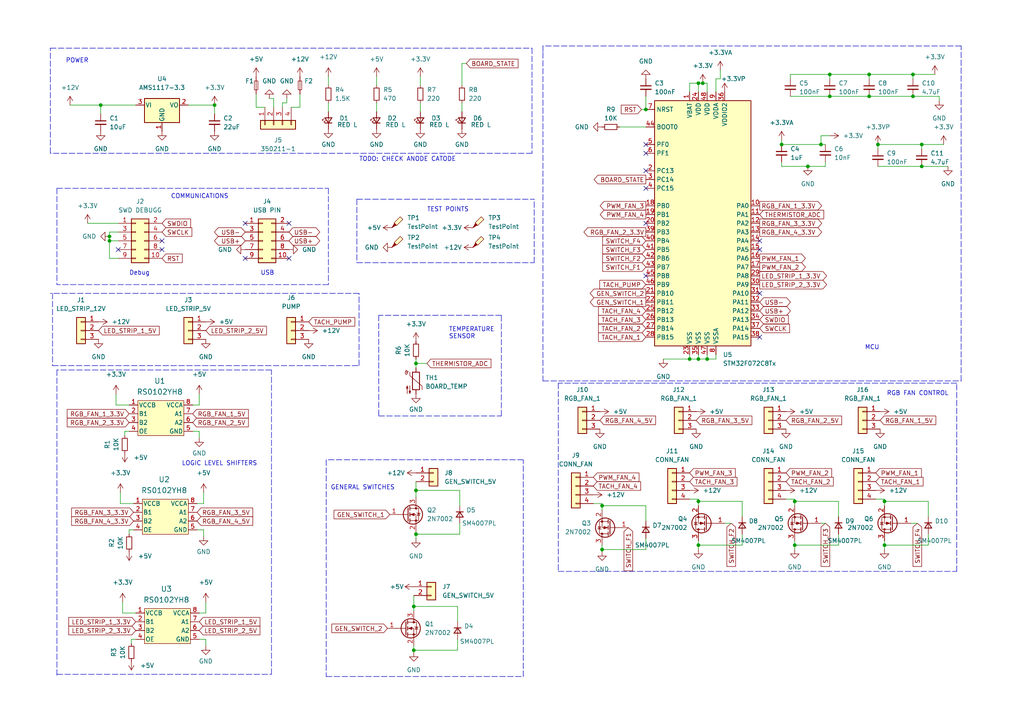
<source format=kicad_sch>
(kicad_sch (version 20211123) (generator eeschema)
  (paper "A4")
  (title_block (title "TORNADO") (date "2023-01-12") (rev "v1") (company "Stanimir Hristov"))
  (junction (at 256.54 158.115))
  (junction (at 267.335 41.91))
  (junction (at 120.65 142.24))
  (junction (at 200.025 104.14))
  (junction (at 120.015 188.595))
  (junction (at 238.125 41.91))
  (junction (at 240.665 21.59))
  (junction (at 264.795 27.94))
  (junction (at 264.795 21.59))
  (junction (at 267.335 48.26))
  (junction (at 31.75 68.58))
  (junction (at 252.095 27.94))
  (junction (at 256.54 145.415))
  (junction (at 187.325 31.75))
  (junction (at 226.695 41.91))
  (junction (at 205.105 104.14))
  (junction (at 29.21 30.48))
  (junction (at 240.665 27.94))
  (junction (at 254.635 41.91))
  (junction (at 234.315 48.26))
  (junction (at 202.565 158.115))
  (junction (at 174.625 159.385))
  (junction (at 31.75 69.85))
  (junction (at 202.565 145.415))
  (junction (at 230.505 145.415))
  (junction (at 120.015 175.895))
  (junction (at 174.625 146.685))
  (junction (at 252.095 21.59))
  (junction (at 120.65 105.41))
  (junction (at 203.835 24.13))
  (junction (at 120.65 154.94))
  (junction (at 202.565 104.14))
  (junction (at 62.23 30.48))
  (junction (at 202.565 24.13))
  (junction (at 230.505 158.115))
  (no_connect (at 187.325 54.61))
  (no_connect (at 83.82 74.93))
  (no_connect (at 220.345 97.79))
  (no_connect (at 187.325 49.53))
  (no_connect (at 71.12 64.77))
  (no_connect (at 46.99 69.85))
  (no_connect (at 187.325 41.91))
  (no_connect (at 220.345 72.39))
  (no_connect (at 46.99 72.39))
  (no_connect (at 187.325 44.45))
  (no_connect (at 83.82 64.77))
  (no_connect (at 187.325 80.01))
  (no_connect (at 220.345 69.85))
  (no_connect (at 220.345 85.09))
  (no_connect (at 71.12 74.93))
  (no_connect (at 187.325 64.77))
  (no_connect (at 34.29 72.39))
  (wire (pts (xy 120.65 142.24) (xy 133.35 142.24)))
  (wire (pts (xy 254.635 41.91) (xy 254.635 43.18)))
  (wire (pts (xy 240.665 27.94) (xy 252.095 27.94)))
  (wire (pts (xy 230.505 156.845) (xy 230.505 158.115)))
  (wire (pts (xy 84.455 31.115) (xy 86.995 31.115)))
  (wire (pts (xy 226.695 48.26) (xy 226.695 46.99)))
  (wire (pts (xy 59.69 185.42) (xy 59.69 187.325)))
  (wire (pts (xy 254.635 48.26) (xy 267.335 48.26)))
  (wire (pts (xy 120.015 188.595) (xy 120.015 189.23)))
  (wire (pts (xy 120.65 139.7) (xy 120.65 142.24)))
  (wire (pts (xy 120.65 142.24) (xy 120.65 144.145)))
  (wire (pts (xy 226.695 41.91) (xy 238.125 41.91)))
  (wire (pts (xy 273.685 41.91) (xy 267.335 41.91)))
  (polyline (pts (xy 103.505 76.2) (xy 154.94 76.2)))
  (wire (pts (xy 254.635 41.91) (xy 267.335 41.91)))
  (polyline (pts (xy 78.74 195.58) (xy 78.74 107.315)))
  (wire (pts (xy 31.75 67.31) (xy 31.75 68.58)))
  (polyline (pts (xy 94.615 133.35) (xy 94.615 196.215)))
  (wire (pts (xy 256.54 158.115) (xy 269.24 158.115)))
  (wire (pts (xy 272.415 27.94) (xy 272.415 29.21)))
  (wire (pts (xy 208.915 20.32) (xy 208.915 22.86)))
  (wire (pts (xy 59.055 153.67) (xy 59.055 155.575)))
  (wire (pts (xy 256.54 145.415) (xy 269.24 145.415)))
  (wire (pts (xy 120.015 172.72) (xy 120.015 175.895)))
  (wire (pts (xy 230.505 145.415) (xy 230.505 146.685)))
  (wire (pts (xy 200.025 144.78) (xy 202.565 144.78)))
  (wire (pts (xy 57.15 153.67) (xy 59.055 153.67)))
  (wire (pts (xy 174.625 158.115) (xy 174.625 159.385)))
  (wire (pts (xy 229.235 27.94) (xy 240.665 27.94)))
  (wire (pts (xy 86.995 27.305) (xy 86.995 31.115)))
  (polyline (pts (xy 103.505 57.785) (xy 103.505 76.2)))
  (polyline (pts (xy 15.24 106.045) (xy 104.14 106.045)))
  (wire (pts (xy 109.22 29.845) (xy 109.22 32.385)))
  (wire (pts (xy 57.785 185.42) (xy 59.69 185.42)))
  (wire (pts (xy 37.465 153.67) (xy 38.735 153.67)))
  (wire (pts (xy 238.125 41.91) (xy 239.395 41.91)))
  (wire (pts (xy 205.105 102.87) (xy 205.105 104.14)))
  (wire (pts (xy 34.29 74.93) (xy 31.75 74.93)))
  (wire (pts (xy 230.505 158.115) (xy 230.505 159.385)))
  (polyline (pts (xy 278.765 13.335) (xy 157.48 13.335)))
  (polyline (pts (xy 103.505 57.785) (xy 154.94 57.785)))
  (wire (pts (xy 215.265 154.94) (xy 215.265 158.115)))
  (wire (pts (xy 210.185 151.765) (xy 212.09 151.765)))
  (wire (pts (xy 230.505 158.115) (xy 243.205 158.115)))
  (polyline (pts (xy 151.765 196.215) (xy 151.765 133.35)))
  (wire (pts (xy 203.835 24.13) (xy 202.565 24.13)))
  (wire (pts (xy 264.16 151.765) (xy 266.065 151.765)))
  (polyline (pts (xy 104.14 106.045) (xy 104.14 85.09)))
  (wire (pts (xy 29.21 30.48) (xy 29.21 33.02)))
  (polyline (pts (xy 109.855 91.44) (xy 109.855 120.65)))
  (wire (pts (xy 62.23 30.48) (xy 62.23 33.02)))
  (polyline (pts (xy 161.925 111.125) (xy 161.925 165.735)))
  (wire (pts (xy 256.54 145.415) (xy 256.54 146.685)))
  (wire (pts (xy 109.22 22.225) (xy 109.22 24.765)))
  (polyline (pts (xy 109.855 120.65) (xy 145.415 120.65)))
  (wire (pts (xy 38.1 185.42) (xy 39.37 185.42)))
  (polyline (pts (xy 104.14 85.09) (xy 14.605 85.09)))
  (wire (pts (xy 33.655 117.475) (xy 37.465 117.475)))
  (wire (pts (xy 202.565 24.13) (xy 202.565 26.67)))
  (polyline (pts (xy 16.51 54.61) (xy 95.25 54.61)))
  (wire (pts (xy 78.105 28.575) (xy 79.375 28.575)))
  (wire (pts (xy 133.985 18.415) (xy 135.255 18.415)))
  (wire (pts (xy 271.145 21.59) (xy 264.795 21.59)))
  (wire (pts (xy 35.56 174.625) (xy 35.56 177.8)))
  (polyline (pts (xy 14.605 44.45) (xy 14.605 13.97)))
  (wire (pts (xy 133.985 18.415) (xy 133.985 24.765)))
  (wire (pts (xy 120.65 104.14) (xy 120.65 105.41)))
  (wire (pts (xy 174.625 146.05) (xy 174.625 146.685)))
  (wire (pts (xy 120.65 154.305) (xy 120.65 154.94)))
  (wire (pts (xy 256.54 144.78) (xy 256.54 145.415)))
  (wire (pts (xy 202.565 156.845) (xy 202.565 158.115)))
  (wire (pts (xy 240.665 21.59) (xy 229.235 21.59)))
  (wire (pts (xy 234.315 48.26) (xy 239.395 48.26)))
  (wire (pts (xy 200.025 104.14) (xy 202.565 104.14)))
  (wire (pts (xy 33.655 114.3) (xy 33.655 117.475)))
  (polyline (pts (xy 277.495 165.735) (xy 277.495 111.125)))
  (wire (pts (xy 120.65 105.41) (xy 123.825 105.41)))
  (wire (pts (xy 57.785 125.095) (xy 57.785 127)))
  (wire (pts (xy 229.235 21.59) (xy 229.235 22.86)))
  (wire (pts (xy 202.565 145.415) (xy 215.265 145.415)))
  (wire (pts (xy 31.75 74.93) (xy 31.75 69.85)))
  (wire (pts (xy 200.025 102.87) (xy 200.025 104.14)))
  (polyline (pts (xy 16.51 54.61) (xy 16.51 82.55)))
  (polyline (pts (xy 278.765 110.49) (xy 278.765 13.335)))
  (wire (pts (xy 120.015 175.895) (xy 120.015 177.165)))
  (polyline (pts (xy 14.605 13.97) (xy 154.305 13.97)))
  (wire (pts (xy 226.695 40.64) (xy 226.695 41.91)))
  (wire (pts (xy 59.69 177.8) (xy 57.785 177.8)))
  (polyline (pts (xy 15.24 85.09) (xy 15.24 106.045)))
  (wire (pts (xy 200.025 24.13) (xy 202.565 24.13)))
  (wire (pts (xy 54.61 30.48) (xy 62.23 30.48)))
  (wire (pts (xy 121.92 22.225) (xy 121.92 24.765)))
  (wire (pts (xy 256.54 158.115) (xy 256.54 159.385)))
  (polyline (pts (xy 78.74 107.315) (xy 16.51 107.315)))
  (polyline (pts (xy 16.51 195.58) (xy 78.74 195.58)))
  (wire (pts (xy 34.925 142.875) (xy 34.925 146.05)))
  (wire (pts (xy 234.315 48.26) (xy 226.695 48.26)))
  (wire (pts (xy 133.985 29.845) (xy 133.985 32.385)))
  (wire (pts (xy 254 144.78) (xy 256.54 144.78)))
  (polyline (pts (xy 157.48 13.335) (xy 157.48 15.24)))
  (wire (pts (xy 59.69 174.625) (xy 59.69 177.8)))
  (wire (pts (xy 81.915 29.845) (xy 81.915 31.115)))
  (wire (pts (xy 187.325 156.21) (xy 187.325 159.385)))
  (polyline (pts (xy 94.615 196.215) (xy 151.765 196.215)))
  (wire (pts (xy 186.055 31.75) (xy 187.325 31.75)))
  (wire (pts (xy 264.795 21.59) (xy 264.795 22.86)))
  (wire (pts (xy 240.665 39.37) (xy 238.125 39.37)))
  (wire (pts (xy 55.88 125.095) (xy 57.785 125.095)))
  (wire (pts (xy 59.055 146.05) (xy 57.15 146.05)))
  (wire (pts (xy 57.785 117.475) (xy 55.88 117.475)))
  (wire (pts (xy 230.505 144.78) (xy 230.505 145.415)))
  (wire (pts (xy 36.195 126.365) (xy 36.195 125.095)))
  (wire (pts (xy 256.54 156.845) (xy 256.54 158.115)))
  (wire (pts (xy 238.125 151.765) (xy 239.395 151.765)))
  (wire (pts (xy 120.015 175.895) (xy 132.715 175.895)))
  (wire (pts (xy 74.295 27.305) (xy 74.295 31.115)))
  (wire (pts (xy 120.015 188.595) (xy 132.715 188.595)))
  (wire (pts (xy 200.025 26.67) (xy 200.025 24.13)))
  (wire (pts (xy 205.105 104.14) (xy 207.645 104.14)))
  (wire (pts (xy 252.095 27.94) (xy 264.795 27.94)))
  (wire (pts (xy 38.1 186.69) (xy 38.1 185.42)))
  (wire (pts (xy 79.375 31.115) (xy 79.375 28.575)))
  (wire (pts (xy 239.395 48.26) (xy 239.395 46.99)))
  (wire (pts (xy 95.25 22.225) (xy 95.25 24.765)))
  (wire (pts (xy 120.65 154.94) (xy 133.35 154.94)))
  (wire (pts (xy 192.405 104.14) (xy 200.025 104.14)))
  (wire (pts (xy 59.055 142.875) (xy 59.055 146.05)))
  (wire (pts (xy 57.785 114.3) (xy 57.785 117.475)))
  (wire (pts (xy 133.35 142.24) (xy 133.35 146.685)))
  (wire (pts (xy 36.195 125.095) (xy 37.465 125.095)))
  (wire (pts (xy 174.625 159.385) (xy 174.625 160.02)))
  (polyline (pts (xy 157.48 15.24) (xy 157.48 110.49)))
  (polyline (pts (xy 277.495 111.125) (xy 161.925 111.125)))
  (wire (pts (xy 243.205 145.415) (xy 243.205 149.86)))
  (polyline (pts (xy 154.305 44.45) (xy 14.605 44.45)))
  (wire (pts (xy 202.565 158.115) (xy 215.265 158.115)))
  (wire (pts (xy 34.925 146.05) (xy 38.735 146.05)))
  (polyline (pts (xy 95.25 54.61) (xy 95.25 82.55)))
  (wire (pts (xy 120.65 154.94) (xy 120.65 156.21)))
  (polyline (pts (xy 151.765 133.35) (xy 94.615 133.35)))
  (wire (pts (xy 120.65 105.41) (xy 120.65 106.68)))
  (wire (pts (xy 179.705 36.83) (xy 187.325 36.83)))
  (polyline (pts (xy 161.925 165.735) (xy 277.495 165.735)))
  (wire (pts (xy 252.095 21.59) (xy 252.095 22.86)))
  (wire (pts (xy 31.75 69.85) (xy 31.75 68.58)))
  (wire (pts (xy 20.32 30.48) (xy 29.21 30.48)))
  (wire (pts (xy 172.085 146.05) (xy 174.625 146.05)))
  (polyline (pts (xy 154.305 13.97) (xy 154.305 44.45)))
  (wire (pts (xy 252.095 21.59) (xy 264.795 21.59)))
  (wire (pts (xy 227.965 144.78) (xy 230.505 144.78)))
  (wire (pts (xy 35.56 177.8) (xy 39.37 177.8)))
  (wire (pts (xy 238.125 39.37) (xy 238.125 41.91)))
  (wire (pts (xy 83.185 29.845) (xy 81.915 29.845)))
  (wire (pts (xy 132.715 185.42) (xy 132.715 188.595)))
  (wire (pts (xy 74.295 31.115) (xy 76.835 31.115)))
  (wire (pts (xy 243.205 154.94) (xy 243.205 158.115)))
  (polyline (pts (xy 145.415 120.65) (xy 145.415 91.44)))
  (wire (pts (xy 208.915 22.86) (xy 207.645 22.86)))
  (wire (pts (xy 205.105 24.13) (xy 205.105 26.67)))
  (wire (pts (xy 269.24 145.415) (xy 269.24 149.86)))
  (wire (pts (xy 207.645 22.86) (xy 207.645 26.67)))
  (wire (pts (xy 174.625 146.685) (xy 187.325 146.685)))
  (wire (pts (xy 132.715 175.895) (xy 132.715 180.34)))
  (wire (pts (xy 187.325 27.94) (xy 187.325 31.75)))
  (wire (pts (xy 202.565 104.14) (xy 205.105 104.14)))
  (polyline (pts (xy 95.25 82.55) (xy 16.51 82.55)))
  (wire (pts (xy 215.265 145.415) (xy 215.265 149.86)))
  (wire (pts (xy 203.835 24.13) (xy 205.105 24.13)))
  (wire (pts (xy 120.015 187.325) (xy 120.015 188.595)))
  (polyline (pts (xy 154.94 76.2) (xy 154.94 57.785)))
  (wire (pts (xy 121.92 29.845) (xy 121.92 32.385)))
  (wire (pts (xy 29.21 30.48) (xy 39.37 30.48)))
  (wire (pts (xy 267.335 41.91) (xy 267.335 43.18)))
  (wire (pts (xy 269.24 154.94) (xy 269.24 158.115)))
  (wire (pts (xy 202.565 158.115) (xy 202.565 159.385)))
  (wire (pts (xy 25.4 64.77) (xy 34.29 64.77)))
  (wire (pts (xy 83.185 28.575) (xy 83.185 29.845)))
  (wire (pts (xy 240.665 21.59) (xy 252.095 21.59)))
  (wire (pts (xy 202.565 102.87) (xy 202.565 104.14)))
  (wire (pts (xy 34.29 69.85) (xy 31.75 69.85)))
  (polyline (pts (xy 16.51 107.315) (xy 16.51 196.215)))
  (wire (pts (xy 34.29 67.31) (xy 31.75 67.31)))
  (wire (pts (xy 230.505 145.415) (xy 243.205 145.415)))
  (wire (pts (xy 133.35 151.765) (xy 133.35 154.94)))
  (wire (pts (xy 240.665 21.59) (xy 240.665 22.86)))
  (polyline (pts (xy 145.415 91.44) (xy 109.855 91.44)))
  (wire (pts (xy 202.565 145.415) (xy 202.565 146.685)))
  (wire (pts (xy 207.645 104.14) (xy 207.645 102.87)))
  (wire (pts (xy 174.625 159.385) (xy 187.325 159.385)))
  (wire (pts (xy 95.25 29.845) (xy 95.25 32.385)))
  (wire (pts (xy 264.795 27.94) (xy 272.415 27.94)))
  (wire (pts (xy 202.565 144.78) (xy 202.565 145.415)))
  (wire (pts (xy 267.335 48.26) (xy 274.955 48.26)))
  (wire (pts (xy 37.465 154.94) (xy 37.465 153.67)))
  (wire (pts (xy 187.325 146.685) (xy 187.325 151.13)))
  (polyline (pts (xy 157.48 110.49) (xy 278.765 110.49)))
  (wire (pts (xy 174.625 146.685) (xy 174.625 147.955)))
  (text "TEMPERATURE\nSENSOR" (at 130.175 98.425 0) (effects (font (size 1.27 1.27)) (justify left bottom)))
  (text "LOGIC LEVEL SHIFTERS" (at 52.705 135.255 0) (effects (font (size 1.27 1.27)) (justify left bottom)))
  (text "RGB FAN CONTROL" (at 257.175 114.935 0) (effects (font (size 1.27 1.27)) (justify left bottom)))
  (text "GENERAL SWITCHES" (at 95.885 142.24 0) (effects (font (size 1.27 1.27)) (justify left bottom)))
  (text "TEST POINTS" (at 123.825 61.595 0) (effects (font (size 1.27 1.27)) (justify left bottom)))
  (text "Debug" (at 37.465 80.01 0) (effects (font (size 1.27 1.27)) (justify left bottom)))
  (text "TODO: CHECK ANODE CATODE\n" (at 104.14 46.99 0) (effects (font (size 1.27 1.27)) (justify left bottom)))
  (text "COMMUNICATIONS" (at 49.53 57.785 0) (effects (font (size 1.27 1.27)) (justify left bottom)))
  (text "POWER" (at 19.05 18.415 0) (effects (font (size 1.27 1.27)) (justify left bottom)))
  (text "MCU\n" (at 250.825 101.6 0) (effects (font (size 1.27 1.27)) (justify left bottom)))
  (text "USB" (at 75.565 80.01 0) (effects (font (size 1.27 1.27)) (justify left bottom)))
  (global_label "USB-" (shape bidirectional) (at 83.82 67.31 0) (property "Intersheet References" "${INTERSHEET_REFS}" (effects hide)))
  (global_label "LED_STRIP_2_5V" (shape input) (at 57.785 182.88 0) (property "Intersheet References" "${INTERSHEET_REFS}" (effects hide)))
  (global_label "THERMISTOR_ADC" (shape input) (at 123.825 105.41 0) (property "Intersheet References" "${INTERSHEET_REFS}" (effects hide)))
  (global_label "RST" (shape input) (at 46.99 74.93 0) (property "Intersheet References" "${INTERSHEET_REFS}" (effects hide)))
  (global_label "RGB_FAN_2_5V" (shape input) (at 227.965 121.92 0) (property "Intersheet References" "${INTERSHEET_REFS}" (effects hide)))
  (global_label "SWDIO" (shape input) (at 46.99 64.77 0) (property "Intersheet References" "${INTERSHEET_REFS}" (effects hide)))
  (global_label "RGB_FAN_3_3.3V" (shape output) (at 220.345 64.77 0) (property "Intersheet References" "${INTERSHEET_REFS}" (effects hide)))
  (global_label "PWM_FAN_2" (shape input) (at 227.965 137.16 0) (property "Intersheet References" "${INTERSHEET_REFS}" (effects hide)))
  (global_label "TACH_FAN_4" (shape input) (at 172.085 140.97 0) (property "Intersheet References" "${INTERSHEET_REFS}" (effects hide)))
  (global_label "GEN_SWITCH_2" (shape input) (at 112.395 182.245 180) (property "Intersheet References" "${INTERSHEET_REFS}" (effects hide)))
  (global_label "SWITCH_F4" (shape input) (at 187.325 69.85 180) (property "Intersheet References" "${INTERSHEET_REFS}" (effects hide)))
  (global_label "RGB_FAN_1_3.3V" (shape output) (at 220.345 59.69 0) (property "Intersheet References" "${INTERSHEET_REFS}" (effects hide)))
  (global_label "PWM_FAN_3" (shape input) (at 200.025 137.16 0) (property "Intersheet References" "${INTERSHEET_REFS}" (effects hide)))
  (global_label "RGB_FAN_2_5V" (shape input) (at 55.88 122.555 0) (property "Intersheet References" "${INTERSHEET_REFS}" (effects hide)))
  (global_label "PWM_FAN_4" (shape output) (at 187.325 62.23 180) (property "Intersheet References" "${INTERSHEET_REFS}" (effects hide)))
  (global_label "SWITCH_F1" (shape input) (at 187.325 77.47 180) (property "Intersheet References" "${INTERSHEET_REFS}" (effects hide)))
  (global_label "TACH_FAN_1" (shape input) (at 187.325 97.79 180) (property "Intersheet References" "${INTERSHEET_REFS}" (effects hide)))
  (global_label "SWCLK" (shape input) (at 46.99 67.31 0) (property "Intersheet References" "${INTERSHEET_REFS}" (effects hide)))
  (global_label "TACH_PUMP" (shape input) (at 187.325 82.55 180) (property "Intersheet References" "${INTERSHEET_REFS}" (effects hide)))
  (global_label "SWITCH_F1" (shape input) (at 182.245 153.035 270) (property "Intersheet References" "${INTERSHEET_REFS}" (effects hide)))
  (global_label "USB+" (shape bidirectional) (at 83.82 69.85 0) (property "Intersheet References" "${INTERSHEET_REFS}" (effects hide)))
  (global_label "GEN_SWITCH_1" (shape output) (at 187.325 87.63 180) (property "Intersheet References" "${INTERSHEET_REFS}" (effects hide)))
  (global_label "PWM_FAN_4" (shape input) (at 172.085 138.43 0) (property "Intersheet References" "${INTERSHEET_REFS}" (effects hide)))
  (global_label "TACH_FAN_2" (shape input) (at 227.965 139.7 0) (property "Intersheet References" "${INTERSHEET_REFS}" (effects hide)))
  (global_label "LED_STRIP_2_3.3V" (shape input) (at 39.37 182.88 180) (property "Intersheet References" "${INTERSHEET_REFS}" (effects hide)))
  (global_label "BOARD_STATE" (shape input) (at 135.255 18.415 0) (property "Intersheet References" "${INTERSHEET_REFS}" (effects hide)))
  (global_label "USB+" (shape bidirectional) (at 71.12 69.85 180) (property "Intersheet References" "${INTERSHEET_REFS}" (effects hide)))
  (global_label "PWM_FAN_3" (shape output) (at 187.325 59.69 180) (property "Intersheet References" "${INTERSHEET_REFS}" (effects hide)))
  (global_label "LED_STRIP_1_3.3V" (shape output) (at 220.345 80.01 0) (property "Intersheet References" "${INTERSHEET_REFS}" (effects hide)))
  (global_label "RGB_FAN_3_5V" (shape input) (at 201.93 121.92 0) (property "Intersheet References" "${INTERSHEET_REFS}" (effects hide)))
  (global_label "PWM_FAN_1" (shape input) (at 254 137.16 0) (property "Intersheet References" "${INTERSHEET_REFS}" (effects hide)))
  (global_label "TACH_FAN_3" (shape input) (at 200.025 139.7 0) (property "Intersheet References" "${INTERSHEET_REFS}" (effects hide)))
  (global_label "GEN_SWITCH_1" (shape input) (at 113.03 149.225 180) (property "Intersheet References" "${INTERSHEET_REFS}" (effects hide)))
  (global_label "LED_STRIP_1_3.3V" (shape input) (at 39.37 180.34 180) (property "Intersheet References" "${INTERSHEET_REFS}" (effects hide)))
  (global_label "USB+" (shape bidirectional) (at 220.345 90.17 0) (property "Intersheet References" "${INTERSHEET_REFS}" (effects hide)))
  (global_label "TACH_FAN_3" (shape input) (at 187.325 92.71 180) (property "Intersheet References" "${INTERSHEET_REFS}" (effects hide)))
  (global_label "TACH_FAN_2" (shape input) (at 187.325 95.25 180) (property "Intersheet References" "${INTERSHEET_REFS}" (effects hide)))
  (global_label "SWITCH_F4" (shape input) (at 266.065 151.765 270) (property "Intersheet References" "${INTERSHEET_REFS}" (effects hide)))
  (global_label "THERMISTOR_ADC" (shape input) (at 220.345 62.23 0) (property "Intersheet References" "${INTERSHEET_REFS}" (effects hide)))
  (global_label "RST" (shape input) (at 186.055 31.75 180) (property "Intersheet References" "${INTERSHEET_REFS}" (effects hide)))
  (global_label "LED_STRIP_1_5V" (shape input) (at 28.575 95.885 0) (property "Intersheet References" "${INTERSHEET_REFS}" (effects hide)))
  (global_label "RGB_FAN_4_3.3V" (shape output) (at 220.345 67.31 0) (property "Intersheet References" "${INTERSHEET_REFS}" (effects hide)))
  (global_label "GEN_SWITCH_2" (shape output) (at 187.325 85.09 180) (property "Intersheet References" "${INTERSHEET_REFS}" (effects hide)))
  (global_label "RGB_FAN_2_3.3V" (shape output) (at 187.325 67.31 180) (property "Intersheet References" "${INTERSHEET_REFS}" (effects hide)))
  (global_label "RGB_FAN_4_3.3V" (shape input) (at 38.735 151.13 180) (property "Intersheet References" "${INTERSHEET_REFS}" (effects hide)))
  (global_label "USB-" (shape bidirectional) (at 220.345 87.63 0) (property "Intersheet References" "${INTERSHEET_REFS}" (effects hide)))
  (global_label "RGB_FAN_1_5V" (shape input) (at 55.88 120.015 0) (property "Intersheet References" "${INTERSHEET_REFS}" (effects hide)))
  (global_label "RGB_FAN_2_3.3V" (shape input) (at 37.465 122.555 180) (property "Intersheet References" "${INTERSHEET_REFS}" (effects hide)))
  (global_label "PWM_FAN_1" (shape output) (at 220.345 74.93 0) (property "Intersheet References" "${INTERSHEET_REFS}" (effects hide)))
  (global_label "TACH_FAN_4" (shape input) (at 187.325 90.17 180) (property "Intersheet References" "${INTERSHEET_REFS}" (effects hide)))
  (global_label "SWITCH_F3" (shape input) (at 187.325 72.39 180) (property "Intersheet References" "${INTERSHEET_REFS}" (effects hide)))
  (global_label "RGB_FAN_1_3.3V" (shape input) (at 37.465 120.015 180) (property "Intersheet References" "${INTERSHEET_REFS}" (effects hide)))
  (global_label "SWITCH_F2" (shape input) (at 212.09 151.765 270) (property "Intersheet References" "${INTERSHEET_REFS}" (effects hide)))
  (global_label "RGB_FAN_1_5V" (shape input) (at 255.27 121.92 0) (property "Intersheet References" "${INTERSHEET_REFS}" (effects hide)))
  (global_label "BOARD_STATE" (shape output) (at 187.325 52.07 180) (property "Intersheet References" "${INTERSHEET_REFS}" (effects hide)))
  (global_label "SWDIO" (shape input) (at 220.345 92.71 0) (property "Intersheet References" "${INTERSHEET_REFS}" (effects hide)))
  (global_label "USB-" (shape bidirectional) (at 71.12 67.31 180) (property "Intersheet References" "${INTERSHEET_REFS}" (effects hide)))
  (global_label "PWM_FAN_2" (shape output) (at 220.345 77.47 0) (property "Intersheet References" "${INTERSHEET_REFS}" (effects hide)))
  (global_label "LED_STRIP_2_5V" (shape input) (at 59.69 95.885 0) (property "Intersheet References" "${INTERSHEET_REFS}" (effects hide)))
  (global_label "LED_STRIP_1_5V" (shape input) (at 57.785 180.34 0) (property "Intersheet References" "${INTERSHEET_REFS}" (effects hide)))
  (global_label "TACH_PUMP" (shape input) (at 89.535 93.345 0) (property "Intersheet References" "${INTERSHEET_REFS}" (effects hide)))
  (global_label "SWITCH_F3" (shape input) (at 239.395 151.765 270) (property "Intersheet References" "${INTERSHEET_REFS}" (effects hide)))
  (global_label "RGB_FAN_3_3.3V" (shape input) (at 38.735 148.59 180) (property "Intersheet References" "${INTERSHEET_REFS}" (effects hide)))
  (global_label "TACH_FAN_1" (shape input) (at 254 139.7 0) (property "Intersheet References" "${INTERSHEET_REFS}" (effects hide)))
  (global_label "RGB_FAN_3_5V" (shape input) (at 57.15 148.59 0) (property "Intersheet References" "${INTERSHEET_REFS}" (effects hide)))
  (global_label "RGB_FAN_4_5V" (shape input) (at 173.99 121.92 0) (property "Intersheet References" "${INTERSHEET_REFS}" (effects hide)))
  (global_label "SWCLK" (shape input) (at 220.345 95.25 0) (property "Intersheet References" "${INTERSHEET_REFS}" (effects hide)))
  (global_label "RGB_FAN_4_5V" (shape input) (at 57.15 151.13 0) (property "Intersheet References" "${INTERSHEET_REFS}" (effects hide)))
  (global_label "LED_STRIP_2_3.3V" (shape output) (at 220.345 82.55 0) (property "Intersheet References" "${INTERSHEET_REFS}" (effects hide)))
  (global_label "SWITCH_F2" (shape input) (at 187.325 74.93 180) (property "Intersheet References" "${INTERSHEET_REFS}" (effects hide)))
  (symbol (lib_id "power:GND") (at 28.575 98.425 0) (unit 1)
    (property "Reference" "#PWR04" (effects hide))
    (property "Value" "GND" (at 28.575 103.505 0))
  )
  (symbol (lib_id "power:GND") (at 109.22 37.465 0) (unit 1)
    (property "Reference" "#PWR037" (effects hide))
    (property "Value" "GND" (at 109.22 41.91 0))
  )
  (symbol (lib_id "Device:D_Small") (at 133.35 149.225 270) (unit 1)
    (property "Reference" "D5" (at 135.255 147.9549 90) (effects (justify left)))
    (property "Value" "SM4007PL" (at 133.985 151.765 90) (effects (justify left)))
    (property "Footprint" "Diode_SMD:D_SOD-123F" (effects hide))
    (property "PN" "SM4007PL" (effects hide))
  )
  (symbol (lib_id "power:+3.3VP") (at 210.185 26.67 0) (unit 1)
    (property "Reference" "#PWR064" (effects hide))
    (property "Value" "+3.3VP" (at 212.725 22.86 0))
  )
  (symbol (lib_id "power:+3.3V") (at 25.4 64.77 0) (unit 1)
    (property "Reference" "#PWR02" (effects hide))
    (property "Value" "+3.3V" (at 25.4 59.69 0))
  )
  (symbol (lib_id "power:+5V") (at 255.27 119.38 270) (unit 1)
    (property "Reference" "#PWR074" (effects hide))
    (property "Value" "+5V" (at 259.08 119.3799 90) (effects (justify left)))
  )
  (symbol (lib_id "power:+12V") (at 120.65 137.16 90) (unit 1)
    (property "Reference" "#PWR044" (effects hide))
    (property "Value" "+12V" (at 117.475 137.1599 90) (effects (justify left)))
  )
  (symbol (lib_id "Device:R_Small") (at 120.65 101.6 180) (unit 1)
    (property "Reference" "R6" (at 115.57 101.6 90))
    (property "Value" "10K" (at 118.11 101.6 90))
    (property "Footprint" "Resistor_SMD:R_0603_1608Metric" (effects hide))
    (property "PN" "0603WAF510KT5E" (effects hide))
  )
  (symbol (lib_id "power:+3.3VP") (at 254.635 41.91 0) (unit 1)
    (property "Reference" "#PWR073" (effects hide))
    (property "Value" "+3.3VP" (at 254.635 36.83 0))
  )
  (symbol (lib_id "Device:R_Small") (at 121.92 27.305 0) (unit 1)
    (property "Reference" "R7" (at 123.825 26.0349 0) (effects (justify left)))
    (property "Value" "220" (at 123.825 28.5749 0) (effects (justify left)))
    (property "Footprint" "Resistor_SMD:R_0603_1608Metric" (effects hide))
    (property "PN" "0603WAF2200T5E" (effects hide))
  )
  (symbol (lib_id "power:GND") (at 192.405 104.14 0) (unit 1)
    (property "Reference" "#PWR057" (effects hide))
    (property "Value" "GND" (at 192.405 109.22 0))
  )
  (symbol (lib_id "Device:C_Small") (at 264.795 25.4 0) (unit 1)
    (property "Reference" "C10" (at 267.335 24.1362 0) (effects (justify left)))
    (property "Value" "4.7uF" (at 267.335 26.6762 0) (effects (justify left)))
    (property "Footprint" "Capacitor_SMD:C_0603_1608Metric" (effects hide))
    (property "PN" "CL10A475KO8NNNC" (effects hide))
  )
  (symbol (lib_id "power:+5V") (at 38.1 191.77 180) (unit 1)
    (property "Reference" "#PWR012" (effects hide))
    (property "Value" "+5V" (at 40.64 193.0399 0) (effects (justify right)))
  )
  (symbol (lib_id "Connector_Generic:Conn_01x04") (at 248.92 139.7 0) (mirror y) (unit 1)
    (property "Reference" "J15" (at 248.92 130.81 0))
    (property "Value" "CONN_FAN" (at 248.92 133.35 0))
    (property "Footprint" "Connector_PinHeader_2.54mm:PinHeader_1x04_P2.54mm_Horizontal" (effects hide))
    (property "PN" "    PZ254-1-04-W-8.5" (effects hide))
  )
  (symbol (lib_id "power:+12V") (at 227.965 142.24 270) (unit 1)
    (property "Reference" "#PWR068" (effects hide))
    (property "Value" "+12V" (at 231.775 142.2399 90) (effects (justify left)))
  )
  (symbol (lib_id "Device:Fuse_Small") (at 86.995 24.765 90) (unit 1)
    (property "Reference" "F2" (at 88.265 23.4949 90) (effects (justify right)))
    (property "Value" "Fuse_Small" (effects hide))
    (property "Footprint" "Fuse:Fuse_0805_2012Metric" (effects hide))
    (property "PN" "TODO" (effects hide))
  )
  (symbol (lib_id "power:GND") (at 78.105 28.575 180) (unit 1)
    (property "Reference" "#PWR027" (effects hide))
    (property "Value" "GND" (at 78.105 23.495 0))
  )
  (symbol (lib_id "Device:LED_Small") (at 109.22 34.925 90) (unit 1)
    (property "Reference" "D2" (at 112.395 34.29 90) (effects (justify right)))
    (property "Value" "RED L" (at 111.76 36.195 90) (effects (justify right)))
    (property "Footprint" "LED_SMD:LED_0603_1608Metric" (effects hide))
    (property "PN" "KT-0603R" (effects hide))
  )
  (symbol (lib_id "power:GND") (at 187.325 22.86 180) (unit 1)
    (property "Reference" "#PWR056" (effects hide))
    (property "Value" "GND" (at 187.325 17.78 0))
  )
  (symbol (lib_id "power:+12V") (at 200.025 142.24 270) (unit 1)
    (property "Reference" "#PWR058" (effects hide))
    (property "Value" "+12V" (at 203.835 142.2399 90) (effects (justify left)))
  )
  (symbol (lib_id "Connector_Generic:Conn_01x04") (at 167.005 140.97 0) (mirror y) (unit 1)
    (property "Reference" "J9" (at 167.005 132.08 0))
    (property "Value" "CONN_FAN" (at 167.005 134.62 0))
    (property "Footprint" "Connector_PinHeader_2.54mm:PinHeader_1x04_P2.54mm_Horizontal" (effects hide))
    (property "PN" "    PZ254-1-04-W-8.5" (effects hide))
  )
  (symbol (lib_id "power:+3.3V") (at 33.655 114.3 0) (unit 1)
    (property "Reference" "#PWR07" (effects hide))
    (property "Value" "+3.3V" (at 33.655 108.585 0))
  )
  (symbol (lib_id "Connector_Generic:Conn_01x03") (at 250.19 121.92 0) (mirror y) (unit 1)
    (property "Reference" "J16" (at 250.19 113.03 0))
    (property "Value" "RGB_FAN_1" (at 250.19 115.57 0))
    (property "Footprint" "Connector_PinHeader_2.54mm:PinHeader_1x03_P2.54mm_Horizontal" (effects hide))
    (property "PN" "PZ254-1-03-W-8.5" (effects hide))
  )
  (symbol (lib_id "power:GND") (at 255.27 124.46 0) (unit 1)
    (property "Reference" "#PWR075" (effects hide))
    (property "Value" "GND" (at 255.27 129.54 0))
  )
  (symbol (lib_id "Device:C_Small") (at 239.395 44.45 0) (unit 1)
    (property "Reference" "C6" (at 241.935 43.1862 0) (effects (justify left)))
    (property "Value" "10nF" (at 241.935 45.7262 0) (effects (justify left)))
    (property "Footprint" "Capacitor_SMD:C_0603_1608Metric" (effects hide))
    (property "PN" "0603B103K500NT" (effects hide))
  )
  (symbol (lib_id "Device:D_Small") (at 269.24 152.4 270) (unit 1)
    (property "Reference" "D10" (at 271.145 151.1299 90) (effects (justify left)))
    (property "Value" "SM4007PL" (at 266.065 156.845 90) (effects (justify left)))
    (property "Footprint" "Diode_SMD:D_SOD-123F" (effects hide))
    (property "PN" "SM4007PL" (effects hide))
  )
  (symbol (lib_id "power:+5V") (at 57.785 114.3 0) (unit 1)
    (property "Reference" "#PWR014" (effects hide))
    (property "Value" "+5V" (at 57.785 108.585 0))
  )
  (symbol (lib_id "power:GND") (at 121.92 37.465 0) (unit 1)
    (property "Reference" "#PWR047" (effects hide))
    (property "Value" "GND" (at 121.92 41.91 0))
  )
  (symbol (lib_id "Connector_Generic:Conn_01x03") (at 168.91 121.92 0) (mirror y) (unit 1)
    (property "Reference" "J10" (at 168.91 113.03 0))
    (property "Value" "RGB_FAN_1" (at 168.91 115.57 0))
    (property "Footprint" "Connector_PinHeader_2.54mm:PinHeader_1x03_P2.54mm_Horizontal" (effects hide))
    (property "PN" "PZ254-1-03-W-8.5" (effects hide))
  )
  (symbol (lib_id "power:+12V") (at 172.085 143.51 270) (unit 1)
    (property "Reference" "#PWR051" (effects hide))
    (property "Value" "+12V" (at 175.895 143.5099 90) (effects (justify left)))
  )
  (symbol (lib_id "Connector_Generic:Conn_01x03") (at 196.85 121.92 0) (mirror y) (unit 1)
    (property "Reference" "J12" (at 196.85 113.03 0))
    (property "Value" "RGB_FAN_1" (at 196.85 115.57 0))
    (property "Footprint" "Connector_PinHeader_2.54mm:PinHeader_1x03_P2.54mm_Horizontal" (effects hide))
    (property "PN" "PZ254-1-03-W-8.5" (effects hide))
  )
  (symbol (lib_id "power:+3.3VA") (at 208.915 20.32 0) (unit 1)
    (property "Reference" "#PWR063" (effects hide))
    (property "Value" "+3.3VA" (at 208.915 15.24 0))
  )
  (symbol (lib_id "power:+5V") (at 37.465 160.02 180) (unit 1)
    (property "Reference" "#PWR011" (effects hide))
    (property "Value" "+5V" (at 40.005 161.2899 0) (effects (justify right)))
  )
  (symbol (lib_id "power:GND") (at 120.65 156.21 0) (unit 1)
    (property "Reference" "#PWR045" (effects hide))
    (property "Value" "GND" (at 120.65 161.29 0))
  )
  (symbol (lib_id "Device:C_Small") (at 29.21 35.56 0) (unit 1)
    (property "Reference" "C1" (at 31.75 34.2962 0) (effects (justify left)))
    (property "Value" "10uF" (at 31.75 36.8362 0) (effects (justify left)))
    (property "Footprint" "Capacitor_SMD:C_0603_1608Metric" (effects hide))
    (property "PN" "CL10A106MA8NRNC" (effects hide))
  )
  (symbol (lib_id "Connector_Generic:Conn_01x03") (at 84.455 95.885 0) (mirror y) (unit 1)
    (property "Reference" "J6" (at 84.455 86.36 0))
    (property "Value" "PUMP" (at 84.455 88.9 0))
    (property "Footprint" "Connector_PinHeader_2.54mm:PinHeader_1x03_P2.54mm_Horizontal" (effects hide))
    (property "PN" "PZ254-1-03-W-8.5" (effects hide))
  )
  (symbol (lib_id "power:+5V") (at 59.69 93.345 270) (unit 1)
    (property "Reference" "#PWR018" (effects hide))
    (property "Value" "+5V" (at 63.5 93.3449 90) (effects (justify left)))
  )
  (symbol (lib_id "power:+12V") (at 137.16 71.755 90) (unit 1)
    (property "Reference" "#PWR050" (effects hide))
    (property "Value" "+12V" (at 133.985 71.7549 90) (effects (justify left)))
  )
  (symbol (lib_id "power:+5V") (at 201.93 119.38 270) (unit 1)
    (property "Reference" "#PWR059" (effects hide))
    (property "Value" "+5V" (at 205.74 119.3799 90) (effects (justify left)))
  )
  (symbol (lib_id "power:+5V") (at 36.195 131.445 180) (unit 1)
    (property "Reference" "#PWR010" (effects hide))
    (property "Value" "+5V" (at 38.735 132.7149 0) (effects (justify right)))
  )
  (symbol (lib_id "power:+12V") (at 254 142.24 270) (unit 1)
    (property "Reference" "#PWR072" (effects hide))
    (property "Value" "+12V" (at 257.81 142.2399 90) (effects (justify left)))
  )
  (symbol (lib_id "Connector:TestPoint_Probe") (at 113.665 66.04 0) (unit 1)
    (property "Reference" "TP1" (at 118.11 63.1824 0) (effects (justify left)))
    (property "Value" "TestPoint" (at 118.11 65.7224 0) (effects (justify left)))
    (property "Footprint" "TestPoint:TestPoint_Pad_D1.5mm" (effects hide))
    (property "PN" "NONE" (effects hide))
  )
  (symbol (lib_id "power:GND") (at 62.23 38.1 0) (unit 1)
    (property "Reference" "#PWR023" (effects hide))
    (property "Value" "GND" (at 62.23 43.18 0))
  )
  (symbol (lib_id "power:+12V") (at 86.995 22.225 0) (unit 1)
    (property "Reference" "#PWR031" (effects hide))
    (property "Value" "+12V" (at 86.995 17.145 0))
  )
  (symbol (lib_id "power:GND") (at 31.75 68.58 270) (unit 1)
    (property "Reference" "#PWR06" (effects hide))
    (property "Value" "GND" (at 27.94 68.5799 90) (effects (justify right)))
  )
  (symbol (lib_id "Device:C_Small") (at 252.095 25.4 0) (unit 1)
    (property "Reference" "C8" (at 254.635 24.1362 0) (effects (justify left)))
    (property "Value" "100nF" (at 254.635 26.6762 0) (effects (justify left)))
    (property "Footprint" "Capacitor_SMD:C_0603_1608Metric" (effects hide))
    (property "PN" "CC0603KRX7R9BB104" (effects hide))
  )
  (symbol (lib_id "Device:R_Small") (at 95.25 27.305 0) (unit 1)
    (property "Reference" "R4" (at 97.155 26.0349 0) (effects (justify left)))
    (property "Value" "1.5K" (at 97.155 28.5749 0) (effects (justify left)))
    (property "Footprint" "Resistor_SMD:R_0603_1608Metric" (effects hide))
    (property "PN" "0603WAF1501T5E" (effects hide))
  )
  (symbol (lib_id "Transistor_FET:2N7002") (at 118.11 149.225 0) (unit 1)
    (property "Reference" "Q2" (at 123.825 147.9549 0) (effects (justify left)))
    (property "Value" "2N7002" (at 123.825 150.4949 0) (effects (justify left)))
    (property "Footprint" "Package_TO_SOT_SMD:SOT-23" (effects hide))
    (property "Datasheet" "https://www.onsemi.com/pub/Collateral/NDS7002A-D.PDF" (effects hide))
    (property "PN" "2N7002" (effects hide))
  )
  (symbol (lib_id "power:+12V") (at 20.32 30.48 0) (unit 1)
    (property "Reference" "#PWR01" (effects hide))
    (property "Value" "+12V" (at 20.32 25.4 0))
  )
  (symbol (lib_id "Connector:TestPoint_Probe") (at 137.16 71.755 0) (unit 1)
    (property "Reference" "TP4" (at 141.605 68.8974 0) (effects (justify left)))
    (property "Value" "TestPoint" (at 141.605 71.4374 0) (effects (justify left)))
    (property "Footprint" "TestPoint:TestPoint_Pad_D1.5mm" (effects hide))
    (property "PN" "NONE" (effects hide))
  )
  (symbol (lib_id "Device:LED_Small") (at 121.92 34.925 90) (unit 1)
    (property "Reference" "D3" (at 125.095 34.29 90) (effects (justify right)))
    (property "Value" "RED L" (at 124.46 36.195 90) (effects (justify right)))
    (property "Footprint" "LED_SMD:LED_0603_1608Metric" (effects hide))
    (property "PN" "KT-0603R" (effects hide))
  )
  (symbol (lib_id "Connector_Generic:Conn_01x03") (at 222.885 121.92 0) (mirror y) (unit 1)
    (property "Reference" "J13" (at 222.885 113.03 0))
    (property "Value" "RGB_FAN_1" (at 222.885 115.57 0))
    (property "Footprint" "Connector_PinHeader_2.54mm:PinHeader_1x03_P2.54mm_Horizontal" (effects hide))
    (property "PN" "PZ254-1-03-W-8.5" (effects hide))
  )
  (symbol (lib_id "power:GND") (at 173.99 124.46 0) (unit 1)
    (property "Reference" "#PWR053" (effects hide))
    (property "Value" "GND" (at 173.99 129.54 0))
  )
  (symbol (lib_id "power:+3.3V") (at 137.16 66.04 90) (unit 1)
    (property "Reference" "#PWR049" (effects hide))
    (property "Value" "+3.3V" (at 133.985 66.0399 90) (effects (justify left)))
  )
  (symbol (lib_id "power:GND") (at 29.21 38.1 0) (unit 1)
    (property "Reference" "#PWR05" (effects hide))
    (property "Value" "GND" (at 29.21 43.18 0))
  )
  (symbol (lib_id "Device:R_Small") (at 36.195 128.905 180) (unit 1)
    (property "Reference" "R1" (at 31.115 128.905 90))
    (property "Value" "10K" (at 33.655 128.905 90))
    (property "Footprint" "Resistor_SMD:R_0603_1608Metric" (effects hide))
    (property "PN" "0603WAF510KT5E" (effects hide))
  )
  (symbol (lib_id "Device:LED_Small") (at 133.985 34.925 90) (unit 1)
    (property "Reference" "D6" (at 137.16 34.29 90) (effects (justify right)))
    (property "Value" "RED L" (at 136.525 36.195 90) (effects (justify right)))
    (property "Footprint" "LED_SMD:LED_0603_1608Metric" (effects hide))
    (property "PN" "KT-0603R" (effects hide))
  )
  (symbol (lib_id "power:GND") (at 89.535 98.425 0) (unit 1)
    (property "Reference" "#PWR033" (effects hide))
    (property "Value" "GND" (at 89.535 103.505 0))
  )
  (symbol (lib_id "power:GND") (at 120.65 114.3 0) (unit 1)
    (property "Reference" "#PWR043" (effects hide))
    (property "Value" "GND" (at 120.65 118.745 0))
  )
  (symbol (lib_id "power:+5V") (at 74.295 22.225 0) (unit 1)
    (property "Reference" "#PWR026" (effects hide))
    (property "Value" "+5V" (at 74.295 17.145 0))
  )
  (symbol (lib_id "Device:R_Small") (at 109.22 27.305 0) (unit 1)
    (property "Reference" "R5" (at 111.125 26.0349 0) (effects (justify left)))
    (property "Value" "470" (at 111.125 28.5749 0) (effects (justify left)))
    (property "Footprint" "Resistor_SMD:R_0603_1608Metric" (effects hide))
    (property "PN" "0603WAF4700T5E" (effects hide))
  )
  (symbol (lib_id "power:GND") (at 83.185 28.575 180) (unit 1)
    (property "Reference" "#PWR028" (effects hide))
    (property "Value" "GND" (at 83.185 23.495 0))
  )
  (symbol (lib_id "power:+3.3V") (at 121.92 22.225 0) (unit 1)
    (property "Reference" "#PWR046" (effects hide))
    (property "Value" "+3.3V" (at 121.92 17.145 0))
  )
  (symbol (lib_id "power:+3.3V") (at 34.925 142.875 0) (unit 1)
    (property "Reference" "#PWR08" (effects hide))
    (property "Value" "+3.3V" (at 34.925 137.16 0))
  )
  (symbol (lib_id "Connector_Generic:Conn_01x02") (at 125.095 170.18 0) (unit 1)
    (property "Reference" "J7" (at 128.27 170.1799 0) (effects (justify left)))
    (property "Value" "GEN_SWITCH_5V" (at 128.27 172.7199 0) (effects (justify left)))
    (property "Footprint" "Connector_PinHeader_2.54mm:PinHeader_1x02_P2.54mm_Horizontal" (effects hide))
    (property "PN" "B-2100S02P-A110" (effects hide))
  )
  (symbol (lib_id "Regulator_Linear:AZ1117-3.3") (at 46.99 30.48 0) (unit 1)
    (property "Reference" "U4" (at 46.99 22.86 0))
    (property "Value" "AMS1117-3.3" (at 46.99 25.4 0))
    (property "Footprint" "Package_TO_SOT_SMD:SOT-223-3_TabPin2" (effects hide))
    (property "Datasheet" "https://www.diodes.com/assets/Datasheets/AZ1117.pdf" (effects hide))
    (property "PN" "AMS1117-3.3" (effects hide))
  )
  (symbol (lib_id "power:+3.3V") (at 271.145 21.59 0) (unit 1)
    (property "Reference" "#PWR077" (effects hide))
    (property "Value" "+3.3V" (at 271.145 16.51 0))
  )
  (symbol (lib_id "Device:C_Small") (at 254.635 45.72 0) (unit 1)
    (property "Reference" "C9" (at 257.175 44.4562 0) (effects (justify left)))
    (property "Value" "100nF" (at 257.175 46.9962 0) (effects (justify left)))
    (property "Footprint" "Capacitor_SMD:C_0603_1608Metric" (effects hide))
    (property "PN" "CC0603KRX7R9BB104" (effects hide))
  )
  (symbol (lib_id "power:GND") (at 272.415 29.21 0) (unit 1)
    (property "Reference" "#PWR078" (effects hide))
    (property "Value" "GND" (at 272.415 34.29 0))
  )
  (symbol (lib_id "power:GND") (at 174.625 36.83 270) (unit 1)
    (property "Reference" "#PWR054" (effects hide))
    (property "Value" "GND" (at 170.815 36.8299 90) (effects (justify right)))
  )
  (symbol (lib_id "power:+12V") (at 89.535 95.885 270) (unit 1)
    (property "Reference" "#PWR032" (effects hide))
    (property "Value" "+12V" (at 93.345 95.8849 90) (effects (justify left)))
  )
  (symbol (lib_id "Connector:TestPoint_Probe") (at 113.665 71.755 0) (unit 1)
    (property "Reference" "TP2" (at 118.11 68.8974 0) (effects (justify left)))
    (property "Value" "TestPoint" (at 118.11 71.4374 0) (effects (justify left)))
    (property "Footprint" "TestPoint:TestPoint_Pad_D1.5mm" (effects hide))
    (property "PN" "NONE" (effects hide))
  )
  (symbol (lib_id "Transistor_FET:2N7002") (at 259.08 151.765 180) (unit 1)
    (property "Reference" "Q6" (at 253.365 150.4949 0) (effects (justify left)))
    (property "Value" "2N7002" (at 253.365 153.0349 0) (effects (justify left)))
    (property "Footprint" "Package_TO_SOT_SMD:SOT-23" (effects hide))
    (property "Datasheet" "https://www.onsemi.com/pub/Collateral/NDS7002A-D.PDF" (effects hide))
    (property "PN" "2N7002" (effects hide))
  )
  (symbol (lib_id "power:+12V") (at 95.25 22.225 0) (unit 1)
    (property "Reference" "#PWR034" (effects hide))
    (property "Value" "+12V" (at 95.25 16.51 0))
  )
  (symbol (lib_id "power:GND") (at 59.69 98.425 0) (unit 1)
    (property "Reference" "#PWR019" (effects hide))
    (property "Value" "GND" (at 59.69 103.505 0))
  )
  (symbol (lib_id "power:+5V") (at 227.965 119.38 270) (unit 1)
    (property "Reference" "#PWR066" (effects hide))
    (property "Value" "+5V" (at 231.775 119.3799 90) (effects (justify left)))
  )
  (symbol (lib_id "Device:R_Small") (at 37.465 157.48 180) (unit 1)
    (property "Reference" "R2" (at 32.385 157.48 90))
    (property "Value" "10K" (at 34.925 157.48 90))
    (property "Footprint" "Resistor_SMD:R_0603_1608Metric" (effects hide))
    (property "PN" "0603WAF510KT5E" (effects hide))
  )
  (symbol (lib_id "Connector_Generic:Conn_02x05_Odd_Even") (at 76.2 69.85 0) (unit 1)
    (property "Reference" "J4" (at 77.47 58.42 0))
    (property "Value" "USB PIN " (at 77.47 60.96 0))
    (property "Footprint" "Connector_PinHeader_2.54mm:PinHeader_2x05_P2.54mm_Horizontal" (effects hide))
    (property "PN" "A2541WR-2x5P" (effects hide))
  )
  (symbol (lib_id "power:GND") (at 234.315 48.26 0) (unit 1)
    (property "Reference" "#PWR070" (effects hide))
    (property "Value" "GND" (at 234.315 53.34 0))
  )
  (symbol (lib_id "Device:R_Small") (at 177.165 36.83 90) (unit 1)
    (property "Reference" "R9" (at 177.165 31.75 90))
    (property "Value" "10K" (at 177.165 34.29 90))
    (property "Footprint" "Resistor_SMD:R_0603_1608Metric" (effects hide))
    (property "PN" "0603WAF510KT5E" (effects hide))
  )
  (symbol (lib_id "Device:D_Small") (at 215.265 152.4 270) (unit 1)
    (property "Reference" "D8" (at 217.17 151.1299 90) (effects (justify left)))
    (property "Value" "SM4007PL" (at 212.09 156.845 90) (effects (justify left)))
    (property "Footprint" "Diode_SMD:D_SOD-123F" (effects hide))
    (property "PN" "SM4007PL" (effects hide))
  )
  (symbol (lib_id "power:GND") (at 230.505 159.385 0) (unit 1)
    (property "Reference" "#PWR069" (effects hide))
    (property "Value" "GND" (at 230.505 164.465 0))
  )
  (symbol (lib_id "Device:R_Small") (at 133.985 27.305 0) (unit 1)
    (property "Reference" "R8" (at 135.89 26.0349 0) (effects (justify left)))
    (property "Value" "220" (at 135.89 28.5749 0) (effects (justify left)))
    (property "Footprint" "Resistor_SMD:R_0603_1608Metric" (effects hide))
    (property "PN" "0603WAF2200T5E" (effects hide))
  )
  (symbol (lib_id "Connector_Generic:Conn_01x03") (at 54.61 95.885 0) (mirror y) (unit 1)
    (property "Reference" "J3" (at 54.61 86.995 0))
    (property "Value" "LED_STRIP_5V" (at 54.61 89.535 0))
    (property "Footprint" "Connector_PinHeader_2.54mm:PinHeader_1x03_P2.54mm_Horizontal" (effects hide))
    (property "PN" "PZ254-1-03-W-8.5" (effects hide))
  )
  (symbol (lib_id "Device:R_Small") (at 38.1 189.23 180) (unit 1)
    (property "Reference" "R3" (at 33.02 189.23 90))
    (property "Value" "10K" (at 35.56 189.23 90))
    (property "Footprint" "Resistor_SMD:R_0603_1608Metric" (effects hide))
    (property "PN" "0603WAF510KT5E" (effects hide))
  )
  (symbol (lib_id "power:+3.3VA") (at 226.695 40.64 0) (unit 1)
    (property "Reference" "#PWR065" (effects hide))
    (property "Value" "+3.3VA" (at 226.695 35.56 0))
  )
  (symbol (lib_id "Device:D_Small") (at 243.205 152.4 270) (unit 1)
    (property "Reference" "D9" (at 245.11 151.1299 90) (effects (justify left)))
    (property "Value" "SM4007PL" (at 240.03 156.845 90) (effects (justify left)))
    (property "Footprint" "Diode_SMD:D_SOD-123F" (effects hide))
    (property "PN" "SM4007PL" (effects hide))
  )
  (symbol (lib_id "Device:C_Small") (at 62.23 35.56 0) (unit 1)
    (property "Reference" "C2" (at 64.77 34.2962 0) (effects (justify left)))
    (property "Value" "22uF" (at 64.77 36.8362 0) (effects (justify left)))
    (property "Footprint" "Capacitor_SMD:C_0603_1608Metric" (effects hide))
    (property "PN" "CL10A226MQ8NRNC" (effects hide))
  )
  (symbol (lib_id "power:GND") (at 83.82 72.39 90) (unit 1)
    (property "Reference" "#PWR030" (effects hide))
    (property "Value" "GND" (at 87.63 72.3899 90) (effects (justify right)))
  )
  (symbol (lib_id "Connector_Generic:Conn_01x04") (at 79.375 36.195 90) (mirror x) (unit 1)
    (property "Reference" "J5" (at 80.645 40.64 90))
    (property "Value" "350211-1" (at 80.645 43.18 90))
    (property "Footprint" "TerminalBlock:TerminalBlock_bornier-4_P5.08mm" (effects hide))
    (property "PN" "350211-1" (effects hide))
  )
  (symbol (lib_id "RS0102YH8:RS0102YH8") (at 27.305 146.05 0) (unit 1)
    (property "Reference" "U2" (at 47.625 139.065 0) (effects (font (size 1.524 1.524))))
    (property "Value" "RS0102YH8" (at 47.625 142.24 0) (effects (font (size 1.524 1.524))))
    (property "Footprint" "Package_TO_SOT_SMD:SOT-23-8" (effects hide))
    (property "PN" "RS0102YH8" (effects hide))
  )
  (symbol (lib_id "Connector_Generic:Conn_01x04") (at 222.885 139.7 0) (mirror y) (unit 1)
    (property "Reference" "J14" (at 222.885 130.81 0))
    (property "Value" "CONN_FAN" (at 222.885 133.35 0))
    (property "Footprint" "Connector_PinHeader_2.54mm:PinHeader_1x04_P2.54mm_Horizontal" (effects hide))
    (property "PN" "    PZ254-1-04-W-8.5" (effects hide))
  )
  (symbol (lib_id "power:+5V") (at 109.22 22.225 0) (unit 1)
    (property "Reference" "#PWR036" (effects hide))
    (property "Value" "+5V" (at 109.22 17.145 0))
  )
  (symbol (lib_id "MCU_ST_STM32F0:STM32F072C8Tx") (at 205.105 64.77 0) (unit 1)
    (property "Reference" "U5" (at 209.6644 102.87 0) (effects (justify left)))
    (property "Value" "STM32F072C8Tx" (at 209.6644 105.41 0) (effects (justify left)))
    (property "Footprint" "Package_QFP:LQFP-48_7x7mm_P0.5mm" (effects hide))
    (property "Datasheet" "http://www.st.com/st-web-ui/static/active/en/resource/technical/document/datasheet/DM00090510.pdf" (effects hide))
    (property "PN" "STM32F072C8T6" (effects hide))
  )
  (symbol (lib_id "Device:C_Small") (at 240.665 25.4 0) (unit 1)
    (property "Reference" "C7" (at 243.205 24.1362 0) (effects (justify left)))
    (property "Value" "100nF" (at 243.205 26.6762 0) (effects (justify left)))
    (property "Footprint" "Capacitor_SMD:C_0603_1608Metric" (effects hide))
    (property "PN" "CC0603KRX7R9BB104" (effects hide))
  )
  (symbol (lib_id "power:GND") (at 202.565 159.385 0) (unit 1)
    (property "Reference" "#PWR061" (effects hide))
    (property "Value" "GND" (at 202.565 164.465 0))
  )
  (symbol (lib_id "Connector_Generic:Conn_01x03") (at 23.495 95.885 0) (mirror y) (unit 1)
    (property "Reference" "J1" (at 23.495 86.995 0))
    (property "Value" "LED_STRIP_12V" (at 23.495 89.535 0))
    (property "Footprint" "Connector_PinHeader_2.54mm:PinHeader_1x03_P2.54mm_Horizontal" (effects hide))
    (property "PN" "PZ254-1-03-W-8.5" (effects hide))
  )
  (symbol (lib_id "power:+5V") (at 173.99 119.38 270) (unit 1)
    (property "Reference" "#PWR052" (effects hide))
    (property "Value" "+5V" (at 177.8 119.3799 90) (effects (justify left)))
  )
  (symbol (lib_id "Device:C_Small") (at 267.335 45.72 0) (unit 1)
    (property "Reference" "C11" (at 269.875 44.4562 0) (effects (justify left)))
    (property "Value" "4.7uF" (at 269.875 46.9962 0) (effects (justify left)))
    (property "Footprint" "Capacitor_SMD:C_0603_1608Metric" (effects hide))
    (property "PN" "CL10A475KO8NNNC" (effects hide))
  )
  (symbol (lib_id "power:GND") (at 174.625 160.02 0) (unit 1)
    (property "Reference" "#PWR055" (effects hide))
    (property "Value" "GND" (at 174.625 165.1 0))
  )
  (symbol (lib_id "Connector_Generic:Conn_01x04") (at 194.945 139.7 0) (mirror y) (unit 1)
    (property "Reference" "J11" (at 194.945 130.81 0))
    (property "Value" "CONN_FAN" (at 194.945 133.35 0))
    (property "Footprint" "Connector_PinHeader_2.54mm:PinHeader_1x04_P2.54mm_Horizontal" (effects hide))
    (property "PN" "    PZ254-1-04-W-8.5" (effects hide))
  )
  (symbol (lib_id "power:+5V") (at 59.69 174.625 0) (unit 1)
    (property "Reference" "#PWR020" (effects hide))
    (property "Value" "+5V" (at 59.69 168.91 0))
  )
  (symbol (lib_id "Device:C_Small") (at 187.325 25.4 0) (unit 1)
    (property "Reference" "C3" (at 189.865 24.1362 0) (effects (justify left)))
    (property "Value" "100nF" (at 189.865 26.6762 0) (effects (justify left)))
    (property "Footprint" "Capacitor_SMD:C_0603_1608Metric" (effects hide))
    (property "PN" "CC0603KRX7R9BB104" (effects hide))
  )
  (symbol (lib_id "Device:Thermistor_NTC") (at 120.65 110.49 0) (unit 1)
    (property "Reference" "TH1" (at 123.3932 109.5374 0) (effects (justify left)))
    (property "Value" "BOARD_TEMP" (at 123.3932 112.0774 0) (effects (justify left)))
    (property "Footprint" "Resistor_SMD:R_0603_1608Metric" (effects hide))
    (property "PN" "NCP18XH103F03RB" (effects hide))
  )
  (symbol (lib_id "power:GND") (at 59.055 155.575 0) (unit 1)
    (property "Reference" "#PWR017" (effects hide))
    (property "Value" "GND" (at 59.055 160.02 0))
  )
  (symbol (lib_id "Connector_Generic:Conn_01x02") (at 125.73 137.16 0) (unit 1)
    (property "Reference" "J8" (at 128.905 137.1599 0) (effects (justify left)))
    (property "Value" "GEN_SWITCH_5V" (at 128.905 139.6999 0) (effects (justify left)))
    (property "Footprint" "Connector_PinHeader_2.54mm:PinHeader_1x02_P2.54mm_Horizontal" (effects hide))
    (property "PN" "B-2100S02P-A110" (effects hide))
  )
  (symbol (lib_id "Connector_Generic:Conn_02x05_Odd_Even") (at 39.37 69.85 0) (unit 1)
    (property "Reference" "J2" (at 40.64 58.42 0))
    (property "Value" "SWD DEBUGG" (at 40.64 60.96 0))
    (property "Footprint" "Connector_PinHeader_1.27mm:PinHeader_2x05_P1.27mm_Vertical" (effects hide))
    (property "PN" "20021111-00010T4LF" (effects hide))
  )
  (symbol (lib_id "Transistor_FET:2N7002") (at 117.475 182.245 0) (unit 1)
    (property "Reference" "Q1" (at 123.19 180.9749 0) (effects (justify left)))
    (property "Value" "2N7002" (at 123.19 183.5149 0) (effects (justify left)))
    (property "Footprint" "Package_TO_SOT_SMD:SOT-23" (effects hide))
    (property "Datasheet" "https://www.onsemi.com/pub/Collateral/NDS7002A-D.PDF" (effects hide))
    (property "PN" "2N7002" (effects hide))
  )
  (symbol (lib_id "Transistor_FET:2N7002") (at 205.105 151.765 180) (unit 1)
    (property "Reference" "Q4" (at 199.39 150.4949 0) (effects (justify left)))
    (property "Value" "2N7002" (at 199.39 153.0349 0) (effects (justify left)))
    (property "Footprint" "Package_TO_SOT_SMD:SOT-23" (effects hide))
    (property "Datasheet" "https://www.onsemi.com/pub/Collateral/NDS7002A-D.PDF" (effects hide))
    (property "PN" "2N7002" (effects hide))
  )
  (symbol (lib_id "power:GND") (at 201.93 124.46 0) (unit 1)
    (property "Reference" "#PWR060" (effects hide))
    (property "Value" "GND" (at 201.93 129.54 0))
  )
  (symbol (lib_id "power:GND") (at 71.12 72.39 270) (unit 1)
    (property "Reference" "#PWR025" (effects hide))
    (property "Value" "GND" (at 67.31 72.3899 90) (effects (justify right)))
  )
  (symbol (lib_id "power:GND") (at 227.965 124.46 0) (unit 1)
    (property "Reference" "#PWR067" (effects hide))
    (property "Value" "GND" (at 227.965 129.54 0))
  )
  (symbol (lib_id "power:+5V") (at 113.665 66.04 90) (unit 1)
    (property "Reference" "#PWR038" (effects hide))
    (property "Value" "+5V" (at 110.49 66.0399 90) (effects (justify left)))
  )
  (symbol (lib_id "power:+12V") (at 28.575 93.345 270) (unit 1)
    (property "Reference" "#PWR03" (effects hide))
    (property "Value" "+12V" (at 32.385 93.3449 90) (effects (justify left)))
  )
  (symbol (lib_id "power:GND") (at 256.54 159.385 0) (unit 1)
    (property "Reference" "#PWR076" (effects hide))
    (property "Value" "GND" (at 256.54 164.465 0))
  )
  (symbol (lib_id "power:GND") (at 274.955 48.26 0) (unit 1)
    (property "Reference" "#PWR080" (effects hide))
    (property "Value" "GND" (at 274.955 53.34 0))
  )
  (symbol (lib_id "power:+3.3V") (at 240.665 39.37 270) (unit 1)
    (property "Reference" "#PWR071" (effects hide))
    (property "Value" "+3.3V" (at 244.475 39.3699 90) (effects (justify left)))
  )
  (symbol (lib_id "RS0102YH8:RS0102YH8") (at 26.035 117.475 0) (unit 1)
    (property "Reference" "U1" (at 46.355 110.49 0) (effects (font (size 1.524 1.524))))
    (property "Value" "RS0102YH8" (at 46.355 113.665 0) (effects (font (size 1.524 1.524))))
    (property "Footprint" "Package_TO_SOT_SMD:SOT-23-8" (effects hide))
    (property "PN" "RS0102YH8" (effects hide))
  )
  (symbol (lib_id "power:+5V") (at 120.015 170.18 90) (unit 1)
    (property "Reference" "#PWR040" (effects hide))
    (property "Value" "+5V" (at 113.03 170.18 90) (effects (justify right)))
  )
  (symbol (lib_id "power:+3.3V") (at 203.835 24.13 0) (unit 1)
    (property "Reference" "#PWR062" (effects hide))
    (property "Value" "+3.3V" (at 203.835 19.05 0))
  )
  (symbol (lib_id "Connector:TestPoint_Probe") (at 137.16 66.04 0) (unit 1)
    (property "Reference" "TP3" (at 141.605 63.1824 0) (effects (justify left)))
    (property "Value" "TestPoint" (at 141.605 65.7224 0) (effects (justify left)))
    (property "Footprint" "TestPoint:TestPoint_Pad_D1.5mm" (effects hide))
    (property "PN" "NONE" (effects hide))
  )
  (symbol (lib_id "Device:D_Small") (at 132.715 182.88 270) (unit 1)
    (property "Reference" "D4" (at 134.62 181.6099 90) (effects (justify left)))
    (property "Value" "SM4007PL" (at 133.35 186.055 90) (effects (justify left)))
    (property "Footprint" "Diode_SMD:D_SOD-123F" (effects hide))
    (property "PN" "SM4007PL" (effects hide))
  )
  (symbol (lib_id "power:GND") (at 113.665 71.755 270) (unit 1)
    (property "Reference" "#PWR039" (effects hide))
    (property "Value" "GND" (at 109.855 71.7549 90) (effects (justify right)))
  )
  (symbol (lib_id "RS0102YH8:RS0102YH8") (at 27.94 177.8 0) (unit 1)
    (property "Reference" "U3" (at 48.26 170.815 0) (effects (font (size 1.524 1.524))))
    (property "Value" "RS0102YH8" (at 48.26 173.99 0) (effects (font (size 1.524 1.524))))
    (property "Footprint" "Package_TO_SOT_SMD:SOT-23-8" (effects hide))
    (property "PN" "RS0102YH8" (effects hide))
  )
  (symbol (lib_id "power:GND") (at 95.25 37.465 0) (unit 1)
    (property "Reference" "#PWR035" (effects hide))
    (property "Value" "GND" (at 95.25 41.91 0))
  )
  (symbol (lib_id "power:+5V") (at 59.055 142.875 0) (unit 1)
    (property "Reference" "#PWR016" (effects hide))
    (property "Value" "+5V" (at 59.055 137.16 0))
  )
  (symbol (lib_id "power:+3.3V") (at 120.65 99.06 0) (unit 1)
    (property "Reference" "#PWR042" (effects hide))
    (property "Value" "+3.3V" (at 120.65 93.98 0))
  )
  (symbol (lib_id "Device:C_Small") (at 226.695 44.45 0) (unit 1)
    (property "Reference" "C4" (at 229.235 43.1862 0) (effects (justify left)))
    (property "Value" "1uF" (at 229.235 45.7262 0) (effects (justify left)))
    (property "Footprint" "Capacitor_SMD:C_0603_1608Metric" (effects hide))
    (property "PN" "CL10A105KB8NNNC" (effects hide))
  )
  (symbol (lib_id "Device:D_Small") (at 187.325 153.67 270) (unit 1)
    (property "Reference" "D7" (at 189.23 152.3999 90) (effects (justify left)))
    (property "Value" "SM4007PL" (at 184.15 158.115 90) (effects (justify left)))
    (property "Footprint" "Diode_SMD:D_SOD-123F" (effects hide))
    (property "PN" "SM4007PL" (effects hide))
  )
  (symbol (lib_id "power:+3.3V") (at 273.685 41.91 0) (unit 1)
    (property "Reference" "#PWR079" (effects hide))
    (property "Value" "+3.3V" (at 273.685 36.83 0))
  )
  (symbol (lib_id "power:GND") (at 133.985 37.465 0) (unit 1)
    (property "Reference" "#PWR048" (effects hide))
    (property "Value" "GND" (at 133.985 41.91 0))
  )
  (symbol (lib_id "power:GND") (at 57.785 127 0) (unit 1)
    (property "Reference" "#PWR015" (effects hide))
    (property "Value" "GND" (at 57.785 131.445 0))
  )
  (symbol (lib_id "power:+3.3V") (at 35.56 174.625 0) (unit 1)
    (property "Reference" "#PWR09" (effects hide))
    (property "Value" "+3.3V" (at 35.56 168.91 0))
  )
  (symbol (lib_id "Device:Fuse_Small") (at 74.295 24.765 90) (unit 1)
    (property "Reference" "F1" (at 71.12 23.495 90) (effects (justify right)))
    (property "Value" "Fuse_Small" (effects hide))
    (property "Footprint" "Fuse:Fuse_0805_2012Metric" (effects hide))
    (property "PN" "TODO" (effects hide))
  )
  (symbol (lib_id "power:+3.3V") (at 62.23 30.48 0) (unit 1)
    (property "Reference" "#PWR022" (effects hide))
    (property "Value" "+3.3V" (at 62.23 25.4 0))
  )
  (symbol (lib_id "power:GND") (at 120.015 189.23 0) (unit 1)
    (property "Reference" "#PWR041" (effects hide))
    (property "Value" "GND" (at 120.015 194.31 0))
  )
  (symbol (lib_id "power:GND") (at 59.69 187.325 0) (unit 1)
    (property "Reference" "#PWR021" (effects hide))
    (property "Value" "GND" (at 59.69 191.77 0))
  )
  (symbol (lib_id "Device:C_Small") (at 229.235 25.4 0) (unit 1)
    (property "Reference" "C5" (at 231.775 24.1362 0) (effects (justify left)))
    (property "Value" "100nF" (at 231.775 26.6762 0) (effects (justify left)))
    (property "Footprint" "Capacitor_SMD:C_0603_1608Metric" (effects hide))
    (property "PN" "CC0603KRX7R9BB104" (effects hide))
  )
  (symbol (lib_id "Transistor_FET:2N7002") (at 233.045 151.765 180) (unit 1)
    (property "Reference" "Q5" (at 227.33 150.4949 0) (effects (justify left)))
    (property "Value" "2N7002" (at 227.33 153.0349 0) (effects (justify left)))
    (property "Footprint" "Package_TO_SOT_SMD:SOT-23" (effects hide))
    (property "Datasheet" "https://www.onsemi.com/pub/Collateral/NDS7002A-D.PDF" (effects hide))
    (property "PN" "2N7002" (effects hide))
  )
  (symbol (lib_id "power:GND") (at 46.99 38.1 0) (unit 1)
    (property "Reference" "#PWR013" (effects hide))
    (property "Value" "GND" (at 46.99 43.18 0))
  )
  (symbol (lib_id "Transistor_FET:2N7002") (at 177.165 153.035 180) (unit 1)
    (property "Reference" "Q3" (at 171.45 151.7649 0) (effects (justify left)))
    (property "Value" "2N7002" (at 171.45 154.3049 0) (effects (justify left)))
    (property "Footprint" "Package_TO_SOT_SMD:SOT-23" (effects hide))
    (property "Datasheet" "https://www.onsemi.com/pub/Collateral/NDS7002A-D.PDF" (effects hide))
    (property "PN" "2N7002" (effects hide))
  )
  (symbol (lib_id "Device:LED_Small") (at 95.25 34.925 90) (unit 1)
    (property "Reference" "D1" (at 98.425 34.29 90) (effects (justify right)))
    (property "Value" "RED L" (at 97.79 36.195 90) (effects (justify right)))
    (property "Footprint" "LED_SMD:LED_0603_1608Metric" (effects hide))
    (property "PN" "KT-0603R" (effects hide))
  )
)
</source>
